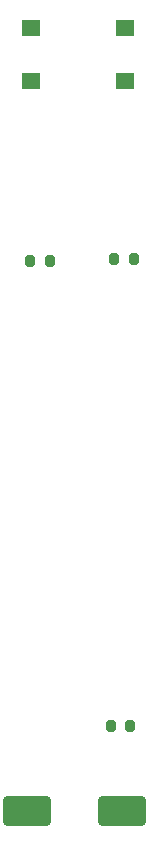
<source format=gbr>
%TF.GenerationSoftware,KiCad,Pcbnew,(5.99.0-11067-gb10f156dd0)*%
%TF.CreationDate,2021-06-27T22:48:24-06:00*%
%TF.ProjectId,MeditationLamp,4d656469-7461-4746-996f-6e4c616d702e,rev?*%
%TF.SameCoordinates,Original*%
%TF.FileFunction,Paste,Top*%
%TF.FilePolarity,Positive*%
%FSLAX46Y46*%
G04 Gerber Fmt 4.6, Leading zero omitted, Abs format (unit mm)*
G04 Created by KiCad (PCBNEW (5.99.0-11067-gb10f156dd0)) date 2021-06-27 22:48:24*
%MOMM*%
%LPD*%
G01*
G04 APERTURE LIST*
G04 Aperture macros list*
%AMRoundRect*
0 Rectangle with rounded corners*
0 $1 Rounding radius*
0 $2 $3 $4 $5 $6 $7 $8 $9 X,Y pos of 4 corners*
0 Add a 4 corners polygon primitive as box body*
4,1,4,$2,$3,$4,$5,$6,$7,$8,$9,$2,$3,0*
0 Add four circle primitives for the rounded corners*
1,1,$1+$1,$2,$3*
1,1,$1+$1,$4,$5*
1,1,$1+$1,$6,$7*
1,1,$1+$1,$8,$9*
0 Add four rect primitives between the rounded corners*
20,1,$1+$1,$2,$3,$4,$5,0*
20,1,$1+$1,$4,$5,$6,$7,0*
20,1,$1+$1,$6,$7,$8,$9,0*
20,1,$1+$1,$8,$9,$2,$3,0*%
G04 Aperture macros list end*
%ADD10R,1.600000X1.400000*%
%ADD11RoundRect,0.200000X-0.200000X-0.275000X0.200000X-0.275000X0.200000X0.275000X-0.200000X0.275000X0*%
%ADD12RoundRect,0.250000X-1.750000X-1.000000X1.750000X-1.000000X1.750000X1.000000X-1.750000X1.000000X0*%
G04 APERTURE END LIST*
D10*
%TO.C,SW1*%
X34532700Y-28574600D03*
X26532700Y-28574600D03*
X34532700Y-24074600D03*
X26532700Y-24074600D03*
%TD*%
D11*
%TO.C,R2*%
X34922000Y-83169800D03*
X33272000Y-83169800D03*
%TD*%
D12*
%TO.C,C1*%
X34210800Y-90383400D03*
X26210800Y-90383400D03*
%TD*%
D11*
%TO.C,R3*%
X35226800Y-43647400D03*
X33576800Y-43647400D03*
%TD*%
%TO.C,R1*%
X28127000Y-43774400D03*
X26477000Y-43774400D03*
%TD*%
M02*

</source>
